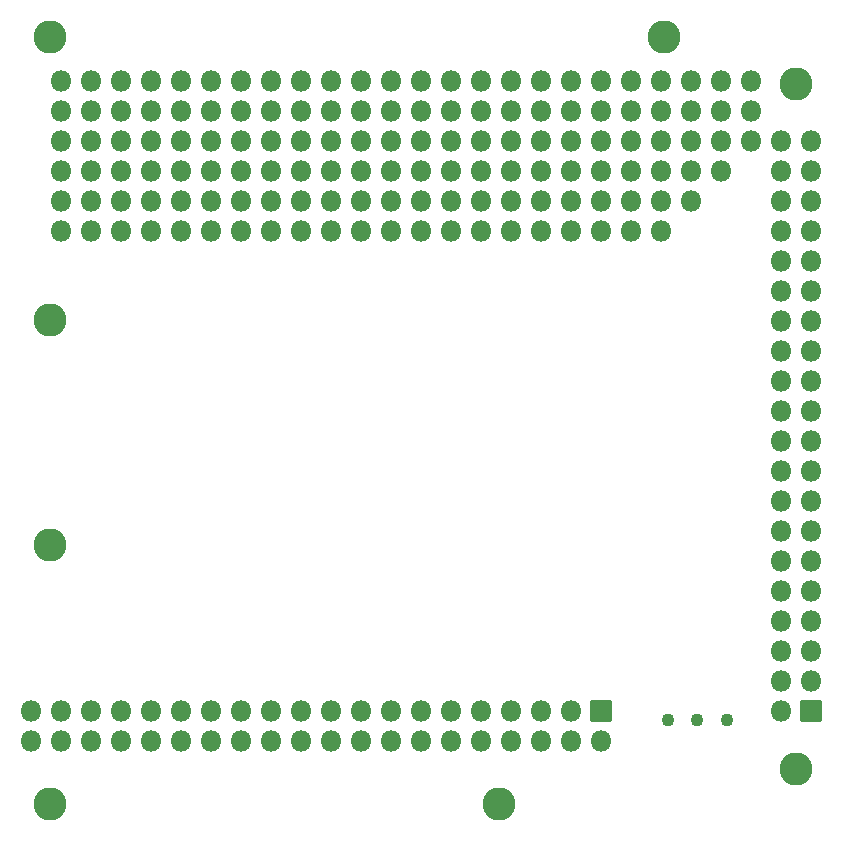
<source format=gbr>
G04 #@! TF.GenerationSoftware,KiCad,Pcbnew,6.0.0-rc1-unknown-d76c6bc884~144~ubuntu21.10.1*
G04 #@! TF.CreationDate,2021-12-01T12:13:09+00:00*
G04 #@! TF.ProjectId,tad2_top,74616432-5f74-46f7-902e-6b696361645f,1.0*
G04 #@! TF.SameCoordinates,Original*
G04 #@! TF.FileFunction,Soldermask,Bot*
G04 #@! TF.FilePolarity,Negative*
%FSLAX46Y46*%
G04 Gerber Fmt 4.6, Leading zero omitted, Abs format (unit mm)*
G04 Created by KiCad (PCBNEW 6.0.0-rc1-unknown-d76c6bc884~144~ubuntu21.10.1) date 2021-12-01 12:13:09*
%MOMM*%
%LPD*%
G01*
G04 APERTURE LIST*
G04 Aperture macros list*
%AMRoundRect*
0 Rectangle with rounded corners*
0 $1 Rounding radius*
0 $2 $3 $4 $5 $6 $7 $8 $9 X,Y pos of 4 corners*
0 Add a 4 corners polygon primitive as box body*
4,1,4,$2,$3,$4,$5,$6,$7,$8,$9,$2,$3,0*
0 Add four circle primitives for the rounded corners*
1,1,$1+$1,$2,$3*
1,1,$1+$1,$4,$5*
1,1,$1+$1,$6,$7*
1,1,$1+$1,$8,$9*
0 Add four rect primitives between the rounded corners*
20,1,$1+$1,$2,$3,$4,$5,0*
20,1,$1+$1,$4,$5,$6,$7,0*
20,1,$1+$1,$6,$7,$8,$9,0*
20,1,$1+$1,$8,$9,$2,$3,0*%
G04 Aperture macros list end*
%ADD10C,2.802000*%
%ADD11O,1.802000X1.802000*%
%ADD12RoundRect,0.051000X-0.850000X-0.850000X0.850000X-0.850000X0.850000X0.850000X-0.850000X0.850000X0*%
%ADD13C,1.102000*%
%ADD14RoundRect,0.051000X0.850000X-0.850000X0.850000X0.850000X-0.850000X0.850000X-0.850000X-0.850000X0*%
G04 APERTURE END LIST*
D10*
X163864000Y-182680000D03*
X163864000Y-124680000D03*
D11*
X104140000Y-127000000D03*
X142240000Y-137160000D03*
X119380000Y-124460000D03*
X106680000Y-137160000D03*
X144780000Y-132080000D03*
X139700000Y-137160000D03*
X109220000Y-129540000D03*
X152400000Y-124460000D03*
D10*
X138700000Y-185700000D03*
D11*
X104140000Y-134620000D03*
X137160000Y-127000000D03*
X129540000Y-129540000D03*
X147320000Y-134620000D03*
X134620000Y-137160000D03*
X111760000Y-124460000D03*
X127000000Y-124460000D03*
X149860000Y-134620000D03*
X144780000Y-129540000D03*
X147320000Y-127000000D03*
X154940000Y-132080000D03*
X106680000Y-124460000D03*
X111760000Y-132080000D03*
X144780000Y-137160000D03*
X119380000Y-127000000D03*
X114300000Y-132080000D03*
X144780000Y-124460000D03*
X147320000Y-124460000D03*
X144780000Y-127000000D03*
X160020000Y-127000000D03*
X124460000Y-132080000D03*
X104140000Y-129540000D03*
X116840000Y-129540000D03*
X101600000Y-127000000D03*
X119380000Y-129540000D03*
X139700000Y-134620000D03*
X101600000Y-132080000D03*
X147320000Y-132080000D03*
X109220000Y-124460000D03*
X121920000Y-134620000D03*
X129540000Y-124460000D03*
X116840000Y-134620000D03*
X109220000Y-134620000D03*
X104140000Y-137160000D03*
X109220000Y-137160000D03*
X111760000Y-127000000D03*
X144780000Y-134620000D03*
X111760000Y-137160000D03*
X160020000Y-124460000D03*
X104140000Y-124460000D03*
X124460000Y-137160000D03*
X142240000Y-132080000D03*
X129540000Y-132080000D03*
X132080000Y-129540000D03*
X157480000Y-132080000D03*
X132080000Y-137160000D03*
X139700000Y-124460000D03*
X121920000Y-129540000D03*
X154940000Y-127000000D03*
X139700000Y-129540000D03*
X114300000Y-137160000D03*
X152400000Y-127000000D03*
X127000000Y-129540000D03*
X149860000Y-127000000D03*
X129540000Y-134620000D03*
X134620000Y-127000000D03*
X139700000Y-132080000D03*
X116840000Y-124460000D03*
D10*
X100700000Y-144700000D03*
D11*
X121920000Y-124460000D03*
X160020000Y-129540000D03*
X101600000Y-124460000D03*
X114300000Y-129540000D03*
X154940000Y-124460000D03*
X101600000Y-134620000D03*
X127000000Y-132080000D03*
X129540000Y-127000000D03*
X152400000Y-134620000D03*
X116840000Y-132080000D03*
X137160000Y-137160000D03*
X106680000Y-127000000D03*
X132080000Y-127000000D03*
X139700000Y-127000000D03*
X134620000Y-134620000D03*
X137160000Y-129540000D03*
X152400000Y-137160000D03*
X119380000Y-132080000D03*
X137160000Y-132080000D03*
X147320000Y-137160000D03*
X154940000Y-134620000D03*
X137160000Y-134620000D03*
D10*
X100700000Y-120700000D03*
D11*
X114300000Y-127000000D03*
X142240000Y-134620000D03*
X154940000Y-129540000D03*
X137160000Y-124460000D03*
X157480000Y-127000000D03*
X152400000Y-129540000D03*
X149860000Y-124460000D03*
X132080000Y-132080000D03*
X157480000Y-124460000D03*
X142240000Y-129540000D03*
X147320000Y-129540000D03*
X157480000Y-129540000D03*
X106680000Y-134620000D03*
X121920000Y-137160000D03*
X119380000Y-137160000D03*
X114300000Y-124460000D03*
X109220000Y-132080000D03*
X127000000Y-137160000D03*
X129540000Y-137160000D03*
D10*
X152700000Y-120700000D03*
D11*
X106680000Y-132080000D03*
X149860000Y-132080000D03*
X124460000Y-129540000D03*
X134620000Y-129540000D03*
X111760000Y-134620000D03*
D10*
X100700000Y-163700000D03*
D11*
X101600000Y-137160000D03*
X127000000Y-127000000D03*
X114300000Y-134620000D03*
X134620000Y-132080000D03*
X116840000Y-137160000D03*
X132080000Y-124460000D03*
D10*
X100700000Y-185700000D03*
D11*
X152400000Y-132080000D03*
X127000000Y-134620000D03*
X121920000Y-132080000D03*
X149860000Y-129540000D03*
X104140000Y-132080000D03*
X119380000Y-134620000D03*
X124460000Y-124460000D03*
X134620000Y-124460000D03*
X116840000Y-127000000D03*
X121920000Y-127000000D03*
X101600000Y-129540000D03*
X124460000Y-127000000D03*
X142240000Y-124460000D03*
X124460000Y-134620000D03*
X111760000Y-129540000D03*
X142240000Y-127000000D03*
X109220000Y-127000000D03*
X149860000Y-137160000D03*
X106680000Y-129540000D03*
X132080000Y-134620000D03*
D12*
X165100000Y-177800000D03*
D11*
X162560000Y-177800000D03*
X165100000Y-175260000D03*
X162560000Y-175260000D03*
X165100000Y-172720000D03*
X162560000Y-172720000D03*
X165100000Y-170180000D03*
X162560000Y-170180000D03*
X165100000Y-167640000D03*
X162560000Y-167640000D03*
X165100000Y-165100000D03*
X162560000Y-165100000D03*
X165100000Y-162560000D03*
X162560000Y-162560000D03*
X165100000Y-160020000D03*
X162560000Y-160020000D03*
X165100000Y-157480000D03*
X162560000Y-157480000D03*
X165100000Y-154940000D03*
X162560000Y-154940000D03*
X165100000Y-152400000D03*
X162560000Y-152400000D03*
X165100000Y-149860000D03*
X162560000Y-149860000D03*
X165100000Y-147320000D03*
X162560000Y-147320000D03*
X165100000Y-144780000D03*
X162560000Y-144780000D03*
X165100000Y-142240000D03*
X162560000Y-142240000D03*
X165100000Y-139700000D03*
X162560000Y-139700000D03*
X165100000Y-137160000D03*
X162560000Y-137160000D03*
X165100000Y-134620000D03*
X162560000Y-134620000D03*
X165100000Y-132080000D03*
X162560000Y-132080000D03*
X165100000Y-129540000D03*
X162560000Y-129540000D03*
D13*
X152988000Y-178562000D03*
X157988000Y-178562000D03*
D14*
X147320000Y-177800000D03*
D11*
X147320000Y-180340000D03*
X144780000Y-177800000D03*
X144780000Y-180340000D03*
X142240000Y-177800000D03*
X142240000Y-180340000D03*
X139700000Y-177800000D03*
X139700000Y-180340000D03*
X137160000Y-177800000D03*
X137160000Y-180340000D03*
X134620000Y-177800000D03*
X134620000Y-180340000D03*
X132080000Y-177800000D03*
X132080000Y-180340000D03*
X129540000Y-177800000D03*
X129540000Y-180340000D03*
X127000000Y-177800000D03*
X127000000Y-180340000D03*
X124460000Y-177800000D03*
X124460000Y-180340000D03*
X121920000Y-177800000D03*
X121920000Y-180340000D03*
X119380000Y-177800000D03*
X119380000Y-180340000D03*
X116840000Y-177800000D03*
X116840000Y-180340000D03*
X114300000Y-177800000D03*
X114300000Y-180340000D03*
X111760000Y-177800000D03*
X111760000Y-180340000D03*
X109220000Y-177800000D03*
X109220000Y-180340000D03*
X106680000Y-177800000D03*
X106680000Y-180340000D03*
X104140000Y-177800000D03*
X104140000Y-180340000D03*
X101600000Y-177800000D03*
X101600000Y-180340000D03*
X99060000Y-177800000D03*
X99060000Y-180340000D03*
D13*
X155488000Y-178562000D03*
M02*

</source>
